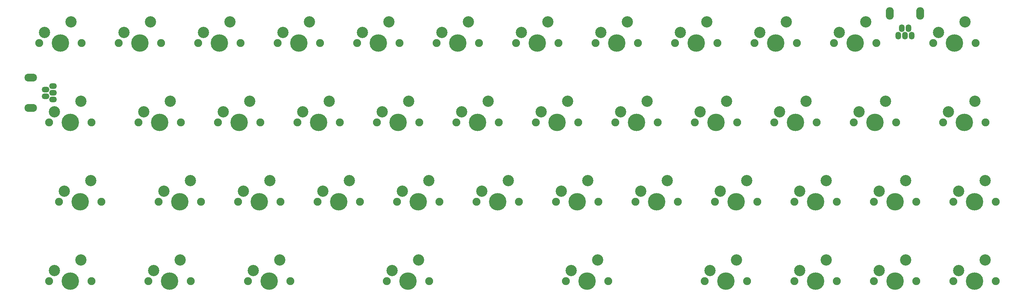
<source format=gts>
G04 (created by PCBNEW (2013-07-07 BZR 4022)-stable) date 7/27/2014 4:03:04 PM*
%MOIN*%
G04 Gerber Fmt 3.4, Leading zero omitted, Abs format*
%FSLAX34Y34*%
G01*
G70*
G90*
G04 APERTURE LIST*
%ADD10C,0.00590551*%
%ADD11O,0.073X0.053*%
%ADD12O,0.118X0.075*%
%ADD13O,0.053X0.073*%
%ADD14O,0.075X0.118*%
%ADD15C,0.1647*%
%ADD16C,0.1064*%
%ADD17C,0.0749*%
G04 APERTURE END LIST*
G54D10*
G54D11*
X38585Y-39830D03*
X37897Y-39515D03*
X38585Y-39200D03*
X37897Y-38885D03*
X38585Y-38570D03*
G54D12*
X36489Y-37764D03*
X36489Y-40636D03*
G54D13*
X118370Y-33785D03*
X118685Y-33097D03*
X119000Y-33785D03*
X119315Y-33097D03*
X119630Y-33785D03*
G54D14*
X120436Y-31689D03*
X117564Y-31689D03*
G54D15*
X125550Y-57000D03*
G54D16*
X126550Y-55000D03*
X124050Y-56000D03*
G54D17*
X123550Y-57000D03*
X127550Y-57000D03*
G54D15*
X71175Y-42000D03*
G54D16*
X72175Y-40000D03*
X69675Y-41000D03*
G54D17*
X69175Y-42000D03*
X73175Y-42000D03*
G54D15*
X80550Y-49500D03*
G54D16*
X81550Y-47500D03*
X79050Y-48500D03*
G54D17*
X78550Y-49500D03*
X82550Y-49500D03*
G54D15*
X91800Y-34500D03*
G54D16*
X92800Y-32500D03*
X90300Y-33500D03*
G54D17*
X89800Y-34500D03*
X93800Y-34500D03*
G54D15*
X72112Y-57000D03*
G54D16*
X73112Y-55000D03*
X70612Y-56000D03*
G54D17*
X70112Y-57000D03*
X74112Y-57000D03*
G54D15*
X99300Y-34500D03*
G54D16*
X100300Y-32500D03*
X97800Y-33500D03*
G54D17*
X97300Y-34500D03*
X101300Y-34500D03*
G54D15*
X106800Y-34500D03*
G54D16*
X107800Y-32500D03*
X105300Y-33500D03*
G54D17*
X104800Y-34500D03*
X108800Y-34500D03*
G54D15*
X110550Y-57000D03*
G54D16*
X111550Y-55000D03*
X109050Y-56000D03*
G54D17*
X108550Y-57000D03*
X112550Y-57000D03*
G54D15*
X118050Y-49500D03*
G54D16*
X119050Y-47500D03*
X116550Y-48500D03*
G54D17*
X116050Y-49500D03*
X120050Y-49500D03*
G54D15*
X50550Y-49500D03*
G54D16*
X51550Y-47500D03*
X49050Y-48500D03*
G54D17*
X48550Y-49500D03*
X52550Y-49500D03*
G54D15*
X58050Y-49500D03*
G54D16*
X59050Y-47500D03*
X56550Y-48500D03*
G54D17*
X56050Y-49500D03*
X60050Y-49500D03*
G54D15*
X65550Y-49500D03*
G54D16*
X66550Y-47500D03*
X64050Y-48500D03*
G54D17*
X63550Y-49500D03*
X67550Y-49500D03*
G54D15*
X73050Y-49500D03*
G54D16*
X74050Y-47500D03*
X71550Y-48500D03*
G54D17*
X71050Y-49500D03*
X75050Y-49500D03*
G54D15*
X63675Y-42000D03*
G54D16*
X64675Y-40000D03*
X62175Y-41000D03*
G54D17*
X61675Y-42000D03*
X65675Y-42000D03*
G54D15*
X93675Y-42000D03*
G54D16*
X94675Y-40000D03*
X92175Y-41000D03*
G54D17*
X91675Y-42000D03*
X95675Y-42000D03*
G54D15*
X101175Y-42000D03*
G54D16*
X102175Y-40000D03*
X99675Y-41000D03*
G54D17*
X99175Y-42000D03*
X103175Y-42000D03*
G54D15*
X108675Y-42000D03*
G54D16*
X109675Y-40000D03*
X107175Y-41000D03*
G54D17*
X106675Y-42000D03*
X110675Y-42000D03*
G54D15*
X88050Y-49500D03*
G54D16*
X89050Y-47500D03*
X86550Y-48500D03*
G54D17*
X86050Y-49500D03*
X90050Y-49500D03*
G54D15*
X102112Y-57000D03*
G54D16*
X103112Y-55000D03*
X100612Y-56000D03*
G54D17*
X100112Y-57000D03*
X104112Y-57000D03*
G54D15*
X103050Y-49500D03*
G54D16*
X104050Y-47500D03*
X101550Y-48500D03*
G54D17*
X101050Y-49500D03*
X105050Y-49500D03*
G54D15*
X95550Y-49500D03*
G54D16*
X96550Y-47500D03*
X94050Y-48500D03*
G54D17*
X93550Y-49500D03*
X97550Y-49500D03*
G54D15*
X86175Y-42000D03*
G54D16*
X87175Y-40000D03*
X84675Y-41000D03*
G54D17*
X84175Y-42000D03*
X88175Y-42000D03*
G54D15*
X76800Y-34500D03*
G54D16*
X77800Y-32500D03*
X75300Y-33500D03*
G54D17*
X74800Y-34500D03*
X78800Y-34500D03*
G54D15*
X58987Y-57000D03*
G54D16*
X59987Y-55000D03*
X57487Y-56000D03*
G54D17*
X56987Y-57000D03*
X60987Y-57000D03*
G54D15*
X49612Y-57000D03*
G54D16*
X50612Y-55000D03*
X48112Y-56000D03*
G54D17*
X47612Y-57000D03*
X51612Y-57000D03*
G54D15*
X118050Y-57000D03*
G54D16*
X119050Y-55000D03*
X116550Y-56000D03*
G54D17*
X116050Y-57000D03*
X120050Y-57000D03*
G54D15*
X84300Y-34500D03*
G54D16*
X85300Y-32500D03*
X82800Y-33500D03*
G54D17*
X82300Y-34500D03*
X86300Y-34500D03*
G54D15*
X40237Y-57000D03*
G54D16*
X41237Y-55000D03*
X38737Y-56000D03*
G54D17*
X38237Y-57000D03*
X42237Y-57000D03*
G54D15*
X41175Y-49500D03*
G54D16*
X42175Y-47500D03*
X39675Y-48500D03*
G54D17*
X39175Y-49500D03*
X43175Y-49500D03*
G54D15*
X39300Y-34500D03*
G54D16*
X40300Y-32500D03*
X37800Y-33500D03*
G54D17*
X37300Y-34500D03*
X41300Y-34500D03*
G54D15*
X46800Y-34500D03*
G54D16*
X47800Y-32500D03*
X45300Y-33500D03*
G54D17*
X44800Y-34500D03*
X48800Y-34500D03*
G54D15*
X54300Y-34500D03*
G54D16*
X55300Y-32500D03*
X52800Y-33500D03*
G54D17*
X52300Y-34500D03*
X56300Y-34500D03*
G54D15*
X61800Y-34500D03*
G54D16*
X62800Y-32500D03*
X60300Y-33500D03*
G54D17*
X59800Y-34500D03*
X63800Y-34500D03*
G54D15*
X69300Y-34500D03*
G54D16*
X70300Y-32500D03*
X67800Y-33500D03*
G54D17*
X67300Y-34500D03*
X71300Y-34500D03*
G54D15*
X78675Y-42000D03*
G54D16*
X79675Y-40000D03*
X77175Y-41000D03*
G54D17*
X76675Y-42000D03*
X80675Y-42000D03*
G54D15*
X114300Y-34500D03*
G54D16*
X115300Y-32500D03*
X112800Y-33500D03*
G54D17*
X112300Y-34500D03*
X116300Y-34500D03*
G54D15*
X48675Y-42000D03*
G54D16*
X49675Y-40000D03*
X47175Y-41000D03*
G54D17*
X46675Y-42000D03*
X50675Y-42000D03*
G54D15*
X40237Y-42000D03*
G54D16*
X41237Y-40000D03*
X38737Y-41000D03*
G54D17*
X38237Y-42000D03*
X42237Y-42000D03*
G54D15*
X123675Y-34500D03*
G54D16*
X124675Y-32500D03*
X122175Y-33500D03*
G54D17*
X121675Y-34500D03*
X125675Y-34500D03*
G54D15*
X116175Y-42000D03*
G54D16*
X117175Y-40000D03*
X114675Y-41000D03*
G54D17*
X114175Y-42000D03*
X118175Y-42000D03*
G54D15*
X110550Y-49500D03*
G54D16*
X111550Y-47500D03*
X109050Y-48500D03*
G54D17*
X108550Y-49500D03*
X112550Y-49500D03*
G54D15*
X56175Y-42000D03*
G54D16*
X57175Y-40000D03*
X54675Y-41000D03*
G54D17*
X54175Y-42000D03*
X58175Y-42000D03*
G54D15*
X88987Y-57000D03*
G54D16*
X89987Y-55000D03*
X87487Y-56000D03*
G54D17*
X86987Y-57000D03*
X90987Y-57000D03*
G54D15*
X124612Y-42000D03*
G54D16*
X125612Y-40000D03*
X123112Y-41000D03*
G54D17*
X122612Y-42000D03*
X126612Y-42000D03*
G54D15*
X125550Y-49500D03*
G54D16*
X126550Y-47500D03*
X124050Y-48500D03*
G54D17*
X123550Y-49500D03*
X127550Y-49500D03*
M02*

</source>
